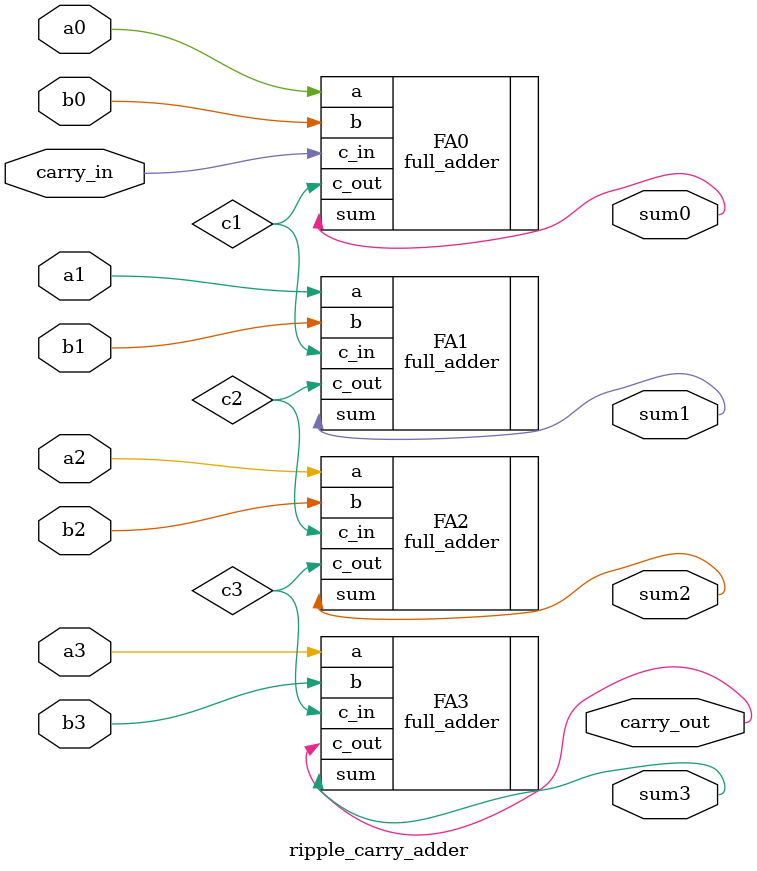
<source format=v>
/******************************************************************************************************************

This source code is a work of its author. No part of it should be copied and pasted for any commercial purpose. 
This code is purely for educational purposes. If required, this code can be cloned from GitHub repository.

Filename	: ripple_carry_adder.v

Description	: Ripple Carry Adder Design

Author Name	: Deep Kar Sarkar

Version		: 1.0

*******************************************************************************************************************/

module ripple_carry_adder(a0, a1, a2, a3, b0, b1, b2, b3, carry_in, sum0, sum1, sum2, sum3, carry_out);

	//Defining the input and output ports
	input a0, a1, a2, a3, b0, b1, b2, b3, carry_in;
	output sum0, sum1, sum2, sum3, carry_out;

	//Defining the internal wires
	wire c1, c2, c3;

	//Instantiating the half adders using named-based port mapping
	full_adder FA0(.a(a0), .b(b0), .c_in(carry_in), .sum(sum0), .c_out(c1));
	full_adder FA1(.a(a1), .b(b1), .c_in(c1),  .sum(sum1), .c_out(c2));
	full_adder FA2(.a(a2), .b(b2), .c_in(c2),  .sum(sum2), .c_out(c3));
	full_adder FA3(.a(a3), .b(b3), .c_in(c3),  .sum(sum3), .c_out(carry_out));

endmodule

</source>
